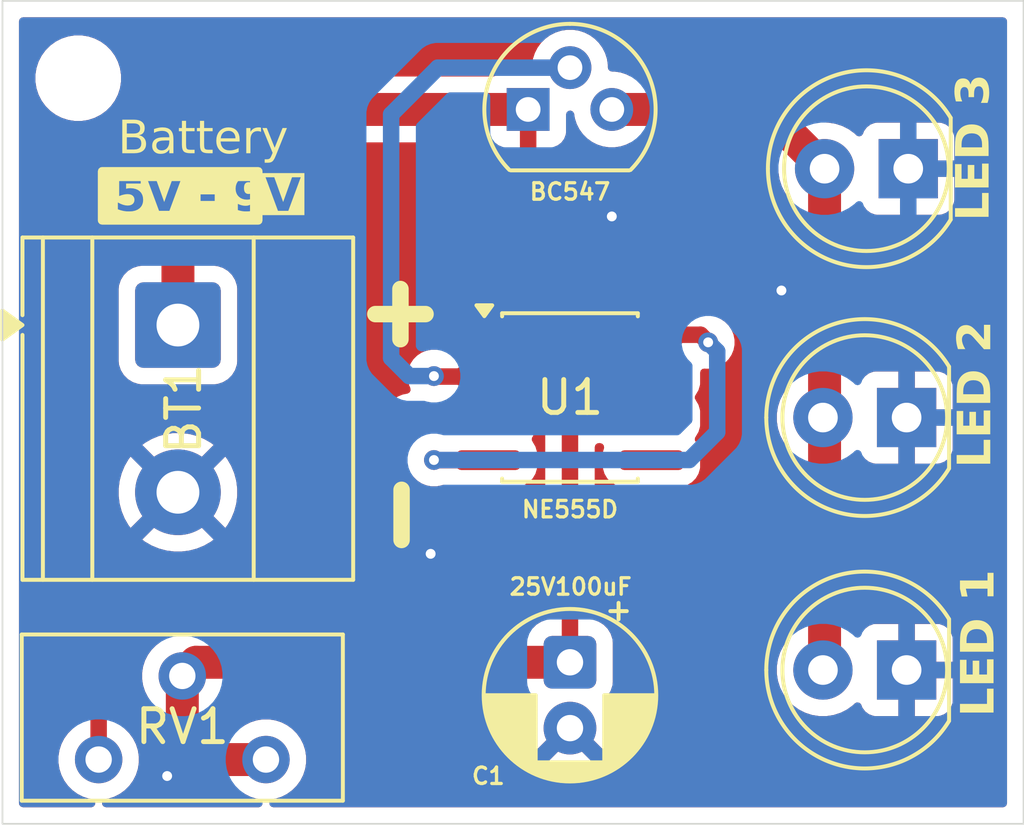
<source format=kicad_pcb>
(kicad_pcb (version 20241229) (generator "pcbnew") (generator_version "9.0")
  (layers (0 "F.Cu" signal) (2 "B.Cu" signal) (13 "F.Paste" user) (15 "B.Paste" user) (5 "F.SilkS" user "F.Silkscreen") (7 "B.SilkS" user "B.Silkscreen") (1 "F.Mask" user) (3 "B.Mask" user) (25 "Edge.Cuts" user))
  (net 0 "")
  (net 1 "Net-(D1-A)")
  (net 2 "GND")
  (net 3 "+9V")
  (net 4 "Net-(U1-Q)")
  (net 5 "/TR")
  (footprint "LED_THT:LED_D5.0mm_Clear" (layer "F.Cu") (at 247.5 77.05 180)
    (property "Reference" "D1" (hide yes))
    (property "Value" "LED" (hide yes))
    (fp_line (start -1.29 -1.545) (end -1.29 1.545) (stroke (width 0.12)) (layer "F.SilkS"))
    (fp_arc (start 4.26 0) (mid 2.071779 2.880495) (end -1.29 1.54483) (stroke (width 0.12)) (layer "F.SilkS"))
    (fp_arc (start -1.29 -1.54483) (mid 2.071779 -2.880495) (end 4.26 0) (stroke (width 0.12)) (layer "F.SilkS"))
    (fp_circle (center 1.27 0) (end 3.77 0) (stroke (width 0.12)) (fill no) (layer "F.SilkS"))
    (pad "1" thru_hole rect (at 0 0 180) (size 1.8 1.8) (drill 0.9) (layers "*.Cu" "*.Mask") (net 2 "GND"))
    (pad "2" thru_hole circle (at 2.54 0 180) (size 1.8 1.8) (drill 0.9) (layers "*.Cu" "*.Mask") (net 1 "Net-(D1-A)"))
  )
  (footprint "LED_THT:LED_D5.0mm_Clear" (layer "F.Cu") (at 247.45 92.28 180)
    (property "Reference" "D3" (hide yes))
    (property "Value" "LED" (hide yes))
    (fp_line (start -1.29 -1.545) (end -1.29 1.545) (stroke (width 0.12)) (layer "F.SilkS"))
    (fp_arc (start 4.26 0) (mid 2.071779 2.880495) (end -1.29 1.54483) (stroke (width 0.12)) (layer "F.SilkS"))
    (fp_arc (start -1.29 -1.54483) (mid 2.071779 -2.880495) (end 4.26 0) (stroke (width 0.12)) (layer "F.SilkS"))
    (fp_circle (center 1.27 0) (end 3.77 0) (stroke (width 0.12)) (fill no) (layer "F.SilkS"))
    (pad "1" thru_hole rect (at 0 0 180) (size 1.8 1.8) (drill 0.9) (layers "*.Cu" "*.Mask") (net 2 "GND"))
    (pad "2" thru_hole circle (at 2.54 0 180) (size 1.8 1.8) (drill 0.9) (layers "*.Cu" "*.Mask") (net 1 "Net-(D1-A)"))
  )
  (footprint "Package_SO:SOIC-8_3.9x4.9mm_P1.27mm" (layer "F.Cu") (at 237.23 84)
    (property "Reference" "U1" (at 0 0 0) (layer "F.SilkS"))
    (property "Value" "NE555D" (at 0 3.4 0) (layer "F.SilkS") (effects (font (size 0.5 0.5) (thickness 0.1) (bold yes))))
    (fp_line (start -2.06 -2.56) (end 2.06 -2.56) (stroke (width 0.12)) (layer "F.SilkS"))
    (fp_line (start -2.06 -2.465) (end -2.06 -2.56) (stroke (width 0.12)) (layer "F.SilkS"))
    (fp_line (start -2.06 2.56) (end -2.06 2.465) (stroke (width 0.12)) (layer "F.SilkS"))
    (fp_line (start 2.06 -2.56) (end 2.06 -2.465) (stroke (width 0.12)) (layer "F.SilkS"))
    (fp_line (start 2.06 2.465) (end 2.06 2.56) (stroke (width 0.12)) (layer "F.SilkS"))
    (fp_line (start 2.06 2.56) (end -2.06 2.56) (stroke (width 0.12)) (layer "F.SilkS"))
    (fp_poly (pts (xy -2.6 -2.47) (xy -2.84 -2.8) (xy -2.36 -2.8)) (stroke (width 0.12)) (fill yes) (layer "F.SilkS"))
    (pad "1" smd roundrect (at -2.475 -1.905) (size 1.95 0.6) (layers "F.Cu" "F.Mask" "F.Paste") (net 2 "GND"))
    (pad "2" smd roundrect (at -2.475 -0.635) (size 1.95 0.6) (layers "F.Cu" "F.Mask" "F.Paste") (net 5 "/TR"))
    (pad "3" smd roundrect (at -2.475 0.635) (size 1.95 0.6) (layers "F.Cu" "F.Mask" "F.Paste") (net 4 "Net-(U1-Q)"))
    (pad "4" smd roundrect (at -2.475 1.905) (size 1.95 0.6) (layers "F.Cu" "F.Mask" "F.Paste") (net 3 "+9V"))
    (pad "5" smd roundrect (at 2.475 1.905) (size 1.95 0.6) (layers "F.Cu" "F.Mask" "F.Paste"))
    (pad "6" smd roundrect (at 2.475 0.635) (size 1.95 0.6) (layers "F.Cu" "F.Mask" "F.Paste") (net 5 "/TR"))
    (pad "7" smd roundrect (at 2.475 -0.635) (size 1.95 0.6) (layers "F.Cu" "F.Mask" "F.Paste"))
    (pad "8" smd roundrect (at 2.475 -1.905) (size 1.95 0.6) (layers "F.Cu" "F.Mask" "F.Paste") (net 3 "+9V"))
  )
  (footprint "Potentiometer_THT:Potentiometer_Bourns_3296Y_Vertical" (layer "F.Cu") (at 222.92 95 180)
    (property "Reference" "RV1" (at -2.54 1 0) (layer "F.SilkS"))
    (property "Value" "100K" (hide yes))
    (fp_line (start 2.335 3.8) (end -7.415 3.8) (stroke (width 0.12)) (layer "F.SilkS"))
    (fp_line (start 2.335 -1.25) (end 2.335 3.8) (stroke (width 0.12)) (layer "F.SilkS"))
    (fp_line (start -7.415 3.8) (end -7.415 -1.25) (stroke (width 0.12)) (layer "F.SilkS"))
    (fp_line (start -7.415 -1.25) (end 2.335 -1.25) (stroke (width 0.12)) (layer "F.SilkS"))
    (pad "1" thru_hole circle (at 0 0 180) (size 1.44 1.44) (drill 0.8) (layers "*.Cu" "*.Mask") (net 4 "Net-(U1-Q)"))
    (pad "2" thru_hole circle (at -2.54 2.54 180) (size 1.44 1.44) (drill 0.8) (layers "*.Cu" "*.Mask") (net 5 "/TR"))
    (pad "3" thru_hole circle (at -5.08 0 180) (size 1.44 1.44) (drill 0.8) (layers "*.Cu" "*.Mask") (net 5 "/TR"))
  )
  (footprint "TerminalBlock_Phoenix:TerminalBlock_Phoenix_MKDS-1,5-2-5.08_1x02_P5.08mm_Horizontal" (layer "F.Cu") (at 225.3275 81.8 -90)
    (property "Reference" "BT1" (at 2.545 -0.1725 270) (layer "F.SilkS"))
    (property "Value" "9V" (hide yes))
    (fp_line (start -2.66 4.72) (end -2.66 -5.32) (stroke (width 0.12)) (layer "F.SilkS"))
    (fp_line (start -0.3 4.72) (end -2.66 4.72) (stroke (width 0.12)) (layer "F.SilkS"))
    (fp_line (start 7.74 4.72) (end 0.3 4.72) (stroke (width 0.12)) (layer "F.SilkS"))
    (fp_line (start -2.66 4.1) (end 7.74 4.1) (stroke (width 0.12)) (layer "F.SilkS"))
    (fp_line (start -2.66 2.6) (end 7.74 2.6) (stroke (width 0.12)) (layer "F.SilkS"))
    (fp_line (start -2.66 -2.3) (end 7.74 -2.3) (stroke (width 0.12)) (layer "F.SilkS"))
    (fp_line (start -2.66 -5.32) (end 7.74 -5.32) (stroke (width 0.12)) (layer "F.SilkS"))
    (fp_line (start 7.74 -5.32) (end 7.74 4.72) (stroke (width 0.12)) (layer "F.SilkS"))
    (fp_poly (pts (xy 0 4.72) (xy 0.44 5.33) (xy -0.44 5.33)) (stroke (width 0.12)) (fill yes) (layer "F.SilkS"))
    (pad "1" thru_hole roundrect (at 0 0 270) (size 2.6 2.6) (drill 1.3) (layers "*.Cu" "*.Mask") (roundrect_rratio 0.096154) (net 3 "+9V"))
    (pad "2" thru_hole circle (at 5.08 0 270) (size 2.6 2.6) (drill 1.3) (layers "*.Cu" "*.Mask") (net 2 "GND"))
  )
  (footprint "LED_THT:LED_D5.0mm_Clear" (layer "F.Cu") (at 247.45 84.61 180)
    (property "Reference" "D2" (hide yes))
    (property "Value" "LED" (hide yes))
    (fp_line (start -1.29 -1.545) (end -1.29 1.545) (stroke (width 0.12)) (layer "F.SilkS"))
    (fp_arc (start 4.26 0) (mid 2.071779 2.880495) (end -1.29 1.54483) (stroke (width 0.12)) (layer "F.SilkS"))
    (fp_arc (start -1.29 -1.54483) (mid 2.071779 -2.880495) (end 4.26 0) (stroke (width 0.12)) (layer "F.SilkS"))
    (fp_circle (center 1.27 0) (end 3.77 0) (stroke (width 0.12)) (fill no) (layer "F.SilkS"))
    (pad "1" thru_hole rect (at 0 0 180) (size 1.8 1.8) (drill 0.9) (layers "*.Cu" "*.Mask") (net 2 "GND"))
    (pad "2" thru_hole circle (at 2.54 0 180) (size 1.8 1.8) (drill 0.9) (layers "*.Cu" "*.Mask") (net 1 "Net-(D1-A)"))
  )
  (footprint "MountingHole:MountingHole_2.1mm" (layer "F.Cu") (at 222.3 74.3)
    (property "Reference" "H1" (hide yes))
    (property "Value" "MountingHole" (hide yes))
    (pad "" np_thru_hole circle (at 0 0) (size 2.1 2.1) (drill 2.1) (layers "*.Cu" "*.Mask"))
  )
  (footprint "Package_TO_SOT_THT:TO-92" (layer "F.Cu") (at 235.96 75.25)
    (property "Reference" "Q1" (hide yes))
    (property "Value" "BC547" (at 1.27 2.5 0) (layer "F.SilkS") (effects (font (size 0.5 0.5) (thickness 0.1) (bold yes))))
    (fp_line (start -0.53 1.85) (end 3.07 1.85) (stroke (width 0.12)) (layer "F.SilkS"))
    (fp_arc (start -0.568478 1.838478) (mid -1.132087 -0.994977) (end 1.27 -2.6) (stroke (width 0.12)) (layer "F.SilkS"))
    (fp_arc (start 1.27 -2.6) (mid 3.672087 -0.994977) (end 3.108478 1.838478) (stroke (width 0.12)) (layer "F.SilkS"))
    (pad "1" thru_hole rect (at 0 0) (size 1.3 1.3) (drill 0.75) (layers "*.Cu" "*.Mask") (net 3 "+9V"))
    (pad "2" thru_hole circle (at 1.27 -1.27) (size 1.3 1.3) (drill 0.75) (layers "*.Cu" "*.Mask") (net 5 "/TR"))
    (pad "3" thru_hole circle (at 2.54 0) (size 1.3 1.3) (drill 0.75) (layers "*.Cu" "*.Mask") (net 1 "Net-(D1-A)"))
  )
  (footprint "Capacitor_THT:CP_Radial_D5.0mm_P2.00mm" (layer "F.Cu") (at 237.23 92.044888 -90)
    (property "Reference" "C1" (at 3.455112 2.48 0) (layer "F.SilkS") (effects (font (size 0.5 0.5) (thickness 0.1) (bold yes))))
    (property "Value" "25V100uF" (at -2.294888 -0.02 0) (layer "F.SilkS") (effects (font (size 0.5 0.5) (thickness 0.1) (bold yes))))
    (fp_line (start 1 1.04) (end 1 2.58) (stroke (width 0.12)) (layer "F.SilkS"))
    (fp_line (start 1.04 1.04) (end 1.04 2.58) (stroke (width 0.12)) (layer "F.SilkS"))
    (fp_line (start 1.08 1.04) (end 1.08 2.579) (stroke (width 0.12)) (layer "F.SilkS"))
    (fp_line (start 1.12 1.04) (end 1.12 2.577) (stroke (width 0.12)) (layer "F.SilkS"))
    (fp_line (start 1.16 1.04) (end 1.16 2.575) (stroke (width 0.12)) (layer "F.SilkS"))
    (fp_line (start 1.2 1.04) (end 1.2 2.572) (stroke (width 0.12)) (layer "F.SilkS"))
    (fp_line (start 1.24 1.04) (end 1.24 2.569) (stroke (width 0.12)) (layer "F.SilkS"))
    (fp_line (start 1.28 1.04) (end 1.28 2.565) (stroke (width 0.12)) (layer "F.SilkS"))
    (fp_line (start 1.32 1.04) (end 1.32 2.56) (stroke (width 0.12)) (layer "F.SilkS"))
    (fp_line (start 1.36 1.04) (end 1.36 2.555) (stroke (width 0.12)) (layer "F.SilkS"))
    (fp_line (start 1.4 1.04) (end 1.4 2.549) (stroke (width 0.12)) (layer "F.SilkS"))
    (fp_line (start 1.44 1.04) (end 1.44 2.543) (stroke (width 0.12)) (layer "F.SilkS"))
    (fp_line (start 1.48 1.04) (end 1.48 2.536) (stroke (width 0.12)) (layer "F.SilkS"))
    (fp_line (start 1.52 1.04) (end 1.52 2.528) (stroke (width 0.12)) (layer "F.SilkS"))
    (fp_line (start 1.56 1.04) (end 1.56 2.519) (stroke (width 0.12)) (layer "F.SilkS"))
    (fp_line (start 1.6 1.04) (end 1.6 2.51) (stroke (width 0.12)) (layer "F.SilkS"))
    (fp_line (start 1.64 1.04) (end 1.64 2.501) (stroke (width 0.12)) (layer "F.SilkS"))
    (fp_line (start 1.68 1.04) (end 1.68 2.49) (stroke (width 0.12)) (layer "F.SilkS"))
    (fp_line (start 1.72 1.04) (end 1.72 2.479) (stroke (width 0.12)) (layer "F.SilkS"))
    (fp_line (start 1.76 1.04) (end 1.76 2.467) (stroke (width 0.12)) (layer "F.SilkS"))
    (fp_line (start 1.8 1.04) (end 1.8 2.455) (stroke (width 0.12)) (layer "F.SilkS"))
    (fp_line (start 1.84 1.04) (end 1.84 2.442) (stroke (width 0.12)) (layer "F.SilkS"))
    (fp_line (start 1.88 1.04) (end 1.88 2.428) (stroke (width 0.12)) (layer "F.SilkS"))
    (fp_line (start 1.92 1.04) (end 1.92 2.413) (stroke (width 0.12)) (layer "F.SilkS"))
    (fp_line (start 1.96 1.04) (end 1.96 2.398) (stroke (width 0.12)) (layer "F.SilkS"))
    (fp_line (start 2 1.04) (end 2 2.382) (stroke (width 0.12)) (layer "F.SilkS"))
    (fp_line (start 2.04 1.04) (end 2.04 2.365) (stroke (width 0.12)) (layer "F.SilkS"))
    (fp_line (start 2.08 1.04) (end 2.08 2.347) (stroke (width 0.12)) (layer "F.SilkS"))
    (fp_line (start 2.12 1.04) (end 2.12 2.329) (stroke (width 0.12)) (layer "F.SilkS"))
    (fp_line (start 2.16 1.04) (end 2.16 2.309) (stroke (width 0.12)) (layer "F.SilkS"))
    (fp_line (start 2.2 1.04) (end 2.2 2.289) (stroke (width 0.12)) (layer "F.SilkS"))
    (fp_line (start 2.24 1.04) (end 2.24 2.268) (stroke (width 0.12)) (layer "F.SilkS"))
    (fp_line (start 2.28 1.04) (end 2.28 2.246) (stroke (width 0.12)) (layer "F.SilkS"))
    (fp_line (start 2.32 1.04) (end 2.32 2.223) (stroke (width 0.12)) (layer "F.SilkS"))
    (fp_line (start 2.36 1.04) (end 2.36 2.199) (stroke (width 0.12)) (layer "F.SilkS"))
    (fp_line (start 2.4 1.04) (end 2.4 2.175) (stroke (width 0.12)) (layer "F.SilkS"))
    (fp_line (start 2.44 1.04) (end 2.44 2.149) (stroke (width 0.12)) (layer "F.SilkS"))
    (fp_line (start 2.48 1.04) (end 2.48 2.122) (stroke (width 0.12)) (layer "F.SilkS"))
    (fp_line (start 2.52 1.04) (end 2.52 2.094) (stroke (width 0.12)) (layer "F.SilkS"))
    (fp_line (start 2.56 1.04) (end 2.56 2.065) (stroke (width 0.12)) (layer "F.SilkS"))
    (fp_line (start 2.6 1.04) (end 2.6 2.035) (stroke (width 0.12)) (layer "F.SilkS"))
    (fp_line (start 2.64 1.04) (end 2.64 2.003) (stroke (width 0.12)) (layer "F.SilkS"))
    (fp_line (start 2.68 1.04) (end 2.68 1.97) (stroke (width 0.12)) (layer "F.SilkS"))
    (fp_line (start 2.72 1.04) (end 2.72 1.936) (stroke (width 0.12)) (layer "F.SilkS"))
    (fp_line (start 2.76 1.04) (end 2.76 1.901) (stroke (width 0.12)) (layer "F.SilkS"))
    (fp_line (start 2.8 1.04) (end 2.8 1.864) (stroke (width 0.12)) (layer "F.SilkS"))
    (fp_line (start 2.84 1.04) (end 2.84 1.825) (stroke (width 0.12)) (layer "F.SilkS"))
    (fp_line (start 2.88 1.04) (end 2.88 1.785) (stroke (width 0.12)) (layer "F.SilkS"))
    (fp_line (start 2.92 1.04) (end 2.92 1.743) (stroke (width 0.12)) (layer "F.SilkS"))
    (fp_line (start 2.96 1.04) (end 2.96 1.699) (stroke (width 0.12)) (layer "F.SilkS"))
    (fp_line (start 3 1.04) (end 3 1.652) (stroke (width 0.12)) (layer "F.SilkS"))
    (fp_line (start 3.6 -0.283) (end 3.6 0.283) (stroke (width 0.12)) (layer "F.SilkS"))
    (fp_line (start 3.56 -0.517) (end 3.56 0.517) (stroke (width 0.12)) (layer "F.SilkS"))
    (fp_line (start 3.52 -0.677) (end 3.52 0.677) (stroke (width 0.12)) (layer "F.SilkS"))
    (fp_line (start 3.48 -0.805) (end 3.48 0.805) (stroke (width 0.12)) (layer "F.SilkS"))
    (fp_line (start 3.44 -0.914) (end 3.44 0.914) (stroke (width 0.12)) (layer "F.SilkS"))
    (fp_line (start 3.4 -1.011) (end 3.4 1.011) (stroke (width 0.12)) (layer "F.SilkS"))
    (fp_line (start 3.36 -1.098) (end 3.36 1.098) (stroke (width 0.12)) (layer "F.SilkS"))
    (fp_line (start 3.32 -1.177) (end 3.32 1.177) (stroke (width 0.12)) (layer "F.SilkS"))
    (fp_line (start 3.28 -1.251) (end 3.28 1.251) (stroke (width 0.12)) (layer "F.SilkS"))
    (fp_line (start 3.24 -1.319) (end 3.24 1.319) (stroke (width 0.12)) (layer "F.SilkS"))
    (fp_line (start 3.2 -1.383) (end 3.2 1.383) (stroke (width 0.12)) (layer "F.SilkS"))
    (fp_line (start 3.16 -1.443) (end 3.16 1.443) (stroke (width 0.12)) (layer "F.SilkS"))
    (fp_line (start -1.804775 -1.475) (end -1.304775 -1.475) (stroke (width 0.12)) (layer "F.SilkS"))
    (fp_line (start 3.12 -1.499) (end 3.12 1.499) (stroke (width 0.12)) (layer "F.SilkS"))
    (fp_line (start 3.08 -1.553) (end 3.08 1.553) (stroke (width 0.12)) (layer "F.SilkS"))
    (fp_line (start 3.04 -1.604) (end 3.04 1.604) (stroke (width 0.12)) (layer "F.SilkS"))
    (fp_line (start 3 -1.652) (end 3 -1.04) (stroke (width 0.12)) (layer "F.SilkS"))
    (fp_line (start 2.96 -1.699) (end 2.96 -1.04) (stroke (width 0.12)) (layer "F.SilkS"))
    (fp_line (start -1.554775 -1.725) (end -1.554775 -1.225) (stroke (width 0.12)) (layer "F.SilkS"))
    (fp_line (start 2.92 -1.743) (end 2.92 -1.04) (stroke (width 0.12)) (layer "F.SilkS"))
    (fp_line (start 2.88 -1.785) (end 2.88 -1.04) (stroke (width 0.12)) (layer "F.SilkS"))
    (fp_line (start 2.84 -1.825) (end 2.84 -1.04) (stroke (width 0.12)) (layer "F.SilkS"))
    (fp_line (start 2.8 -1.864) (end 2.8 -1.04) (stroke (width 0.12)) (layer "F.SilkS"))
    (fp_line (start 2.76 -1.901) (end 2.76 -1.04) (stroke (width 0.12)) (layer "F.SilkS"))
    (fp_line (start 2.72 -1.936) (end 2.72 -1.04) (stroke (width 0.12)) (layer "F.SilkS"))
    (fp_line (start 2.68 -1.97) (end 2.68 -1.04) (stroke (width 0.12)) (layer "F.SilkS"))
    (fp_line (start 2.64 -2.003) (end 2.64 -1.04) (stroke (width 0.12)) (layer "F.SilkS"))
    (fp_line (start 2.6 -2.035) (end 2.6 -1.04) (stroke (width 0.12)) (layer "F.SilkS"))
    (fp_line (start 2.56 -2.065) (end 2.56 -1.04) (stroke (width 0.12)) (layer "F.SilkS"))
    (fp_line (start 2.52 -2.094) (end 2.52 -1.04) (stroke (width 0.12)) (layer "F.SilkS"))
    (fp_line (start 2.48 -2.122) (end 2.48 -1.04) (stroke (width 0.12)) (layer "F.SilkS"))
    (fp_line (start 2.44 -2.149) (end 2.44 -1.04) (stroke (width 0.12)) (layer "F.SilkS"))
    (fp_line (start 2.4 -2.175) (end 2.4 -1.04) (stroke (width 0.12)) (layer "F.SilkS"))
    (fp_line (start 2.36 -2.199) (end 2.36 -1.04) (stroke (width 0.12)) (layer "F.SilkS"))
    (fp_line (start 2.32 -2.223) (end 2.32 -1.04) (stroke (width 0.12)) (layer "F.SilkS"))
    (fp_line (start 2.28 -2.246) (end 2.28 -1.04) (stroke (width 0.12)) (layer "F.SilkS"))
    (fp_line (start 2.24 -2.268) (end 2.24 -1.04) (stroke (width 0.12)) (layer "F.SilkS"))
    (fp_line (start 2.2 -2.289) (end 2.2 -1.04) (stroke (width 0.12)) (layer "F.SilkS"))
    (fp_line (start 2.16 -2.309) (end 2.16 -1.04) (stroke (width 0.12)) (layer "F.SilkS"))
    (fp_line (start 2.12 -2.329) (end 2.12 -1.04) (stroke (width 0.12)) (layer "F.SilkS"))
    (fp_line (start 2.08 -2.347) (end 2.08 -1.04) (stroke (width 0.12)) (layer "F.SilkS"))
    (fp_line (start 2.04 -2.365) (end 2.04 -1.04) (stroke (width 0.12)) (layer "F.SilkS"))
    (fp_line (start 2 -2.382) (end 2 -1.04) (stroke (width 0.12)) (layer "F.SilkS"))
    (fp_line (start 1.96 -2.398) (end 1.96 -1.04) (stroke (width 0.12)) (layer "F.SilkS"))
    (fp_line (start 1.92 -2.413) (end 1.92 -1.04) (stroke (width 0.12)) (layer "F.SilkS"))
    (fp_line (start 1.88 -2.428) (end 1.88 -1.04) (stroke (width 0.12)) (layer "F.SilkS"))
    (fp_line (start 1.84 -2.442) (end 1.84 -1.04) (stroke (width 0.12)) (layer "F.SilkS"))
    (fp_line (start 1.8 -2.455) (end 1.8 -1.04) (stroke (width 0.12)) (layer "F.SilkS"))
    (fp_line (start 1.76 -2.467) (end 1.76 -1.04) (stroke (width 0.12)) (layer "F.SilkS"))
    (fp_line (start 1.72 -2.479) (end 1.72 -1.04) (stroke (width 0.12)) (layer "F.SilkS"))
    (fp_line (start 1.68 -2.49) (end 1.68 -1.04) (stroke (width 0.12)) (layer "F.SilkS"))
    (fp_line (start 1.64 -2.501) (end 1.64 -1.04) (stroke (width 0.12)) (layer "F.SilkS"))
    (fp_line (start 1.6 -2.51) (end 1.6 -1.04) (stroke (width 0.12)) (layer "F.SilkS"))
    (fp_line (start 1.56 -2.519) (end 1.56 -1.04) (stroke (width 0.12)) (layer "F.SilkS"))
    (fp_line (start 1.52 -2.528) (end 1.52 -1.04) (stroke (width 0.12)) (layer "F.SilkS"))
    (fp_line (start 1.48 -2.536) (end 1.48 -1.04) (stroke (width 0.12)) (layer "F.SilkS"))
    (fp_line (start 1.44 -2.543) (end 1.44 -1.04) (stroke (width 0.12)) (layer "F.SilkS"))
    (fp_line (start 1.4 -2.549) (end 1.4 -1.04) (stroke (width 0.12)) (layer "F.SilkS"))
    (fp_line (start 1.36 -2.555) (end 1.36 -1.04) (stroke (width 0.12)) (layer "F.SilkS"))
    (fp_line (start 1.32 -2.56) (end 1.32 -1.04) (stroke (width 0.12)) (layer "F.SilkS"))
    (fp_line (start 1.28 -2.565) (end 1.28 -1.04) (stroke (width 0.12)) (layer "F.SilkS"))
    (fp_line (start 1.24 -2.569) (end 1.24 -1.04) (stroke (width 0.12)) (layer "F.SilkS"))
    (fp_line (start 1.2 -2.572) (end 1.2 -1.04) (stroke (width 0.12)) (layer "F.SilkS"))
    (fp_line (start 1.16 -2.575) (end 1.16 -1.04) (stroke (width 0.12)) (layer "F.SilkS"))
    (fp_line (start 1.12 -2.577) (end 1.12 -1.04) (stroke (width 0.12)) (layer "F.SilkS"))
    (fp_line (start 1.08 -2.579) (end 1.08 -1.04) (stroke (width 0.12)) (layer "F.SilkS"))
    (fp_line (start 1 -2.58) (end 1 -1.04) (stroke (width 0.12)) (layer "F.SilkS"))
    (fp_line (start 1.04 -2.58) (end 1.04 -1.04) (stroke (width 0.12)) (layer "F.SilkS"))
    (fp_circle (center 1 0) (end 3.62 0) (stroke (width 0.12)) (fill no) (layer "F.SilkS"))
    (pad "1" thru_hole roundrect (at 0 0 270) (size 1.6 1.6) (drill 0.8) (layers "*.Cu" "*.Mask") (roundrect_rratio 0.15625) (net 5 "/TR"))
    (pad "2" thru_hole circle (at 2 0 270) (size 1.6 1.6) (drill 0.8) (layers "*.Cu" "*.Mask") (net 2 "GND"))
  )
  (gr_rect (start 220 71.95) (end 251 96.95) (stroke (width 0.05)) (fill no) (layer "Edge.Cuts"))
  (gr_text "LED 1" (at 250.26 93.7 90) (layer "F.SilkS") (effects (font (size 1 1) (thickness 0.2) (bold yes)) (justify left bottom)))
  (gr_text "LED 2" (at 250.16 86.14 90) (layer "F.SilkS") (effects (font (size 1 1) (thickness 0.2) (bold yes)) (justify left bottom)))
  (gr_text "LED 3" (at 250.11 78.64 90) (layer "F.SilkS") (effects (font (size 1 1) (thickness 0.25) (bold yes)) (justify left bottom)))
  (gr_text "Battery" (at 223.5 76.75 0) (layer "F.SilkS") (effects (font (size 1 1) (thickness 0.1) (italic yes)) (justify left bottom)))
  (gr_text "+" (at 233.65 82.5 0) (layer "F.SilkS") (effects (font (size 2 2) (thickness 0.5) (bold yes)) (justify left bottom mirror)))
  (gr_text "5V - 9V" (at 223.395258 78.5 0) (layer "F.SilkS" knockout) (effects (font (size 1 1) (thickness 0.2) (bold yes)) (justify left bottom)))
  (gr_text "-" (at 233.15 86 90) (layer "F.SilkS") (effects (font (size 2 2) (thickness 0.5) (bold yes)) (justify left bottom mirror)))
  (segment (start 238.5 75.25) (end 243.16 75.25) (width 1) (layer "F.Cu") (net 1))
  (segment (start 244.96 92.23) (end 244.91 92.28) (width 1) (layer "F.Cu") (net 1))
  (segment (start 244.96 77.05) (end 244.96 92.23) (width 1) (layer "F.Cu") (net 1))
  (segment (start 243.16 75.25) (end 244.96 77.05) (width 1) (layer "F.Cu") (net 1))
  (via (at 225 95.5) (size 0.6) (drill 0.3) (layers "F.Cu" "B.Cu") (net 2))
  (via (at 243.65 80.75) (size 0.6) (drill 0.3) (layers "F.Cu" "B.Cu") (net 2))
  (via (at 233 88.75) (size 0.6) (drill 0.3) (layers "F.Cu" "B.Cu") (net 2))
  (via (at 238.5 78.5) (size 0.6) (drill 0.3) (layers "F.Cu" "B.Cu") (net 2))
  (segment (start 234.755 85.905) (end 233.105 85.905) (width 0.5) (layer "F.Cu") (net 3))
  (segment (start 239.705 82.095) (end 238.845 82.095) (width 0.5) (layer "F.Cu") (net 3))
  (segment (start 241.195 82.095) (end 239.705 82.095) (width 0.5) (layer "F.Cu") (net 3))
  (segment (start 227 75.25) (end 235.96 75.25) (width 1) (layer "F.Cu") (net 3))
  (segment (start 225.3275 81.8) (end 225.3275 76.9225) (width 1) (layer "F.Cu") (net 3))
  (segment (start 235.96 79.21) (end 235.96 75.25) (width 0.5) (layer "F.Cu") (net 3))
  (segment (start 233.105 85.905) (end 233.1 85.9) (width 0.5) (layer "F.Cu") (net 3))
  (segment (start 241.425 82.325) (end 241.195 82.095) (width 0.5) (layer "F.Cu") (net 3))
  (segment (start 225.3275 76.9225) (end 227 75.25) (width 1) (layer "F.Cu") (net 3))
  (segment (start 238.845 82.095) (end 235.96 79.21) (width 0.5) (layer "F.Cu") (net 3))
  (via (at 233.1 85.9) (size 0.6) (drill 0.3) (layers "F.Cu" "B.Cu") (net 3))
  (via (at 241.425 82.325) (size 0.6) (drill 0.3) (layers "F.Cu" "B.Cu") (net 3))
  (segment (start 241.425 82.325) (end 241.7 82.6) (width 0.5) (layer "B.Cu") (net 3))
  (segment (start 240.85 85.9) (end 233.1 85.9) (width 0.5) (layer "B.Cu") (net 3))
  (segment (start 241.7 85.05) (end 240.85 85.9) (width 0.5) (layer "B.Cu") (net 3))
  (segment (start 241.7 82.6) (end 241.7 85.05) (width 0.5) (layer "B.Cu") (net 3))
  (segment (start 222.92 91.83) (end 224.25 90.5) (width 0.5) (layer "F.Cu") (net 4))
  (segment (start 222.92 95) (end 222.92 91.83) (width 0.5) (layer "F.Cu") (net 4))
  (segment (start 224.25 90.5) (end 230.5 90.5) (width 0.5) (layer "F.Cu") (net 4))
  (segment (start 231.5 85.5) (end 232.365 84.635) (width 0.5) (layer "F.Cu") (net 4))
  (segment (start 232.365 84.635) (end 234.755 84.635) (width 0.5) (layer "F.Cu") (net 4))
  (segment (start 230.5 90.5) (end 231.5 89.5) (width 0.5) (layer "F.Cu") (net 4))
  (segment (start 231.5 89.5) (end 231.5 85.5) (width 0.5) (layer "F.Cu") (net 4))
  (segment (start 237.23 84.27) (end 237.23 92.5) (width 0.5) (layer "F.Cu") (net 5))
  (segment (start 225.875112 92.044888) (end 225.46 92.46) (width 1) (layer "F.Cu") (net 5))
  (segment (start 236.365 83.365) (end 237.25 84.25) (width 0.5) (layer "F.Cu") (net 5))
  (segment (start 226.5 95) (end 228 95) (width 1) (layer "F.Cu") (net 5))
  (segment (start 237.25 84.25) (end 237.23 84.27) (width 0.5) (layer "F.Cu") (net 5))
  (segment (start 225.46 93.96) (end 226.5 95) (width 1) (layer "F.Cu") (net 5))
  (segment (start 234.755 83.365) (end 233.115 83.365) (width 0.5) (layer "F.Cu") (net 5))
  (segment (start 225.46 92.46) (end 225.46 93.96) (width 1) (layer "F.Cu") (net 5))
  (segment (start 239.705 84.635) (end 237.635 84.635) (width 0.5) (layer "F.Cu") (net 5))
  (segment (start 237.23 92.044888) (end 225.875112 92.044888) (width 1) (layer "F.Cu") (net 5))
  (segment (start 233.115 83.365) (end 233.1 83.35) (width 0.5) (layer "F.Cu") (net 5))
  (segment (start 237.635 84.635) (end 237.25 84.25) (width 0.5) (layer "F.Cu") (net 5))
  (segment (start 234.755 83.365) (end 236.365 83.365) (width 0.5) (layer "F.Cu") (net 5))
  (via (at 233.1 83.35) (size 0.6) (drill 0.3) (layers "F.Cu" "B.Cu") (net 5))
  (segment (start 233.1 83.35) (end 232.35 83.35) (width 0.5) (layer "B.Cu") (net 5))
  (segment (start 232.35 83.35) (end 231.8 82.8) (width 0.5) (layer "B.Cu") (net 5))
  (segment (start 231.8 82.8) (end 231.8 75.4) (width 0.5) (layer "B.Cu") (net 5))
  (segment (start 231.8 75.4) (end 233.22 73.98) (width 0.5) (layer "B.Cu") (net 5))
  (segment (start 233.22 73.98) (end 237.23 73.98) (width 0.5) (layer "B.Cu") (net 5))
  (zone (net 2) (net_name "GND") (layers "F.Cu" "B.Cu") (connect_pads (clearance 0.5)) (min_thickness 0.25) (fill yes (thermal_gap 0.5) (thermal_bridge_width 0.5))
    (polygon (pts (xy 220 97) (xy 220 72) (xy 251 72) (xy 251 97)))
  )
  (zone (net 0) (net_name "") (layer "F.SilkS") (connect_pads (clearance 0.5)) (min_thickness 0.25) (fill yes (thermal_gap 0.5) (thermal_bridge_width 0.5))
    (polygon (pts (xy 222.895258 77) (xy 227.895258 77) (xy 227.895258 78.75) (xy 222.895258 78.75)))
  )
)
</source>
